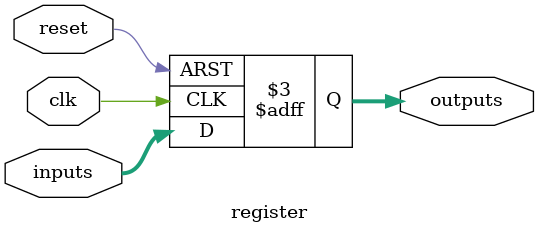
<source format=v>
`timescale 1ns / 1ps


module register(inputs, clk, reset, outputs);
    
    input [23:0] inputs;
    input clk, reset;
    output reg [23:0] outputs;
    
    always @(posedge clk or posedge reset)
        if (reset == 1)
            outputs = 0;
        else
            outputs = inputs;
endmodule

</source>
